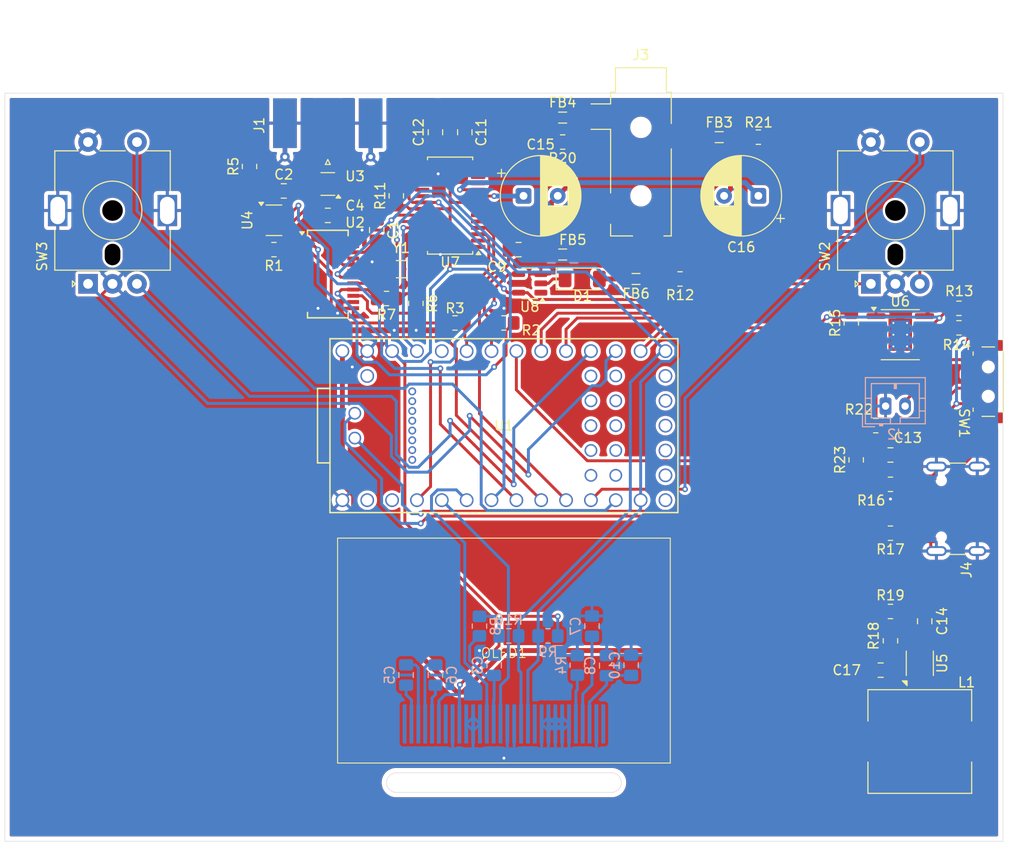
<source format=kicad_pcb>
(kicad_pcb (version 20241229) (generator "pcbnew") (generator_version "9.0")
  (layers (0 "F.Cu" signal) (2 "B.Cu" signal) (13 "F.Paste" user) (15 "B.Paste" user) (5 "F.SilkS" user "F.Silkscreen") (7 "B.SilkS" user "B.Silkscreen") (1 "F.Mask" user) (3 "B.Mask" user) (25 "Edge.Cuts" user))
  (net 0 "")
  (net 1 "Net-(U2-DBYP)")
  (net 2 "Net-(U2-FMI)")
  (net 3 "Net-(U3-J1)")
  (net 4 "Net-(OLED1-RES)")
  (net 5 "GND")
  (net 6 "+3V3")
  (net 7 "Net-(OLED1-C2P)")
  (net 8 "Net-(OLED1-C2N)")
  (net 9 "Net-(OLED1-C1P)")
  (net 10 "Net-(OLED1-C1N)")
  (net 11 "Net-(OLED1-VCOMH)")
  (net 12 "Net-(OLED1-VCC)")
  (net 13 "AMP_LRCLK")
  (net 14 "Net-(J1-In)")
  (net 16 "Net-(OLED1-IREF)")
  (net 19 "OLED_CS")
  (net 21 "Net-(C15-Pad2)")
  (net 22 "OLED_D{slash}C")
  (net 23 "SDR_DOUT")
  (net 24 "Net-(U2-DOUT)")
  (net 25 "Net-(U2-DFS)")
  (net 26 "Net-(U2-GPO3{slash}[DCLK])")
  (net 27 "Net-(U7-LHPOUT)")
  (net 28 "RF_SWITCH")
  (net 29 "Net-(U2-~{RST})")
  (net 30 "Net-(U7-RHPOUT)")
  (net 34 "BAT_VOLT")
  (net 40 "Net-(U1-9_OUT1C)")
  (net 41 "Net-(U1-17_A3_TX4_SDA1)")
  (net 44 "Net-(U1-18_A4_SDA0)")
  (net 46 "Net-(U1-15_A1_RX3_SPDIF_IN)")
  (net 54 "Net-(U1-16_A2_RX4_SCL1)")
  (net 56 "Net-(U1-10_CS_MQSR)")
  (net 59 "Net-(C16-Pad2)")
  (net 60 "VIN")
  (net 62 "Net-(U2-RCLK)")
  (net 68 "Net-(U3-V2)")
  (net 69 "JACK_ANT")
  (net 71 "Net-(FB3-Pad2)")
  (net 72 "Net-(FB5-Pad2)")
  (net 73 "JACK_DETECT")
  (net 74 "Net-(FB6-Pad2)")
  (net 75 "Net-(J2-Pin_2)")
  (net 76 "D+")
  (net 78 "D-")
  (net 79 "Net-(J4-CC2)")
  (net 81 "Net-(J4-CC1)")
  (net 82 "Net-(U5-L2)")
  (net 83 "Net-(U5-L1)")
  (net 84 "AMP_MOSI")
  (net 85 "AMP_SCLK")
  (net 86 "AMP_BCLK")
  (net 87 "SDR_CS")
  (net 88 "AMP_CS")
  (net 89 "BAT_CHRG")
  (net 90 "BAT_STDBY")
  (net 91 "Net-(U6-PROG)")
  (net 92 "Net-(U5-FB)")
  (net 93 "Net-(SW1-B)")
  (net 97 "AMP_MCLK")
  (net 100 "AMP_DIN")
  (net 104 "Net-(U5-EN)")
  (net 116 "Net-(D1-K)")
  (net 117 "Net-(D1-A)")
  (net 119 "Net-(SW1-A)")
  (footprint "Resistor_SMD:R_0805_2012Metric_Pad1.20x1.40mm_HandSolder" (layer "F.Cu") (at 151.968962 65.75 180)
    (property "Reference" "R20")
    (property "Value" "10k")
  )
  (footprint "Package_TO_SOT_SMD:SOT-23-5" (layer "F.Cu") (at 148.606462 80.2 180)
    (property "Reference" "U8")
    (property "Value" "SN74LVC1G14DBV")
  )
  (footprint "Package_TO_SOT_SMD:SOT-363_SC-70-6" (layer "F.Cu") (at 127.968962 70.04 180)
    (property "Reference" "U3")
    (property "Value" "AS179-92LF")
  )
  (footprint "Capacitor_SMD:C_0805_2012Metric_Pad1.18x1.45mm_HandSolder" (layer "F.Cu") (at 138.968962 64.75 -90)
    (property "Reference" "C12")
    (property "Value" "2.2uF")
  )
  (footprint "Resistor_SMD:R_0805_2012Metric_Pad1.20x1.40mm_HandSolder" (layer "F.Cu") (at 163.968962 79.75 180)
    (property "Reference" "R12")
    (property "Value" "100k")
  )
  (footprint "Diode_SMD:D_MiniMELF" (layer "F.Cu") (at 153.968962 79.75)
    (property "Reference" "D1")
    (property "Value" "LL4148")
  )
  (footprint "Connector_Coaxial:SMA_Molex_73251-1153_EdgeMount_Horizontal" (layer "F.Cu") (at 127.968962 65.54 -90)
    (property "Reference" "J1")
    (property "Value" "Conn_Coaxial")
  )
  (footprint "Resistor_SMD:R_0805_2012Metric_Pad1.20x1.40mm_HandSolder" (layer "F.Cu") (at 183.968962 94.75)
    (property "Reference" "R22")
    (property "Value" "68k")
  )
  (footprint "Capacitor_SMD:C_0805_2012Metric_Pad1.18x1.45mm_HandSolder" (layer "F.Cu") (at 132.968962 74.75 -90)
    (property "Reference" "C1")
    (property "Value" "22nF")
  )
  (footprint "Capacitor_SMD:C_0805_2012Metric_Pad1.18x1.45mm_HandSolder" (layer "F.Cu") (at 188.968962 114.75 90)
    (property "Reference" "C14")
    (property "Value" "100nF")
  )
  (footprint "Resistor_SMD:R_0805_2012Metric_Pad1.20x1.40mm_HandSolder" (layer "F.Cu") (at 185.468962 113.75)
    (property "Reference" "R19")
    (property "Value" "20k")
  )
  (footprint "Resistor_SMD:R_0805_2012Metric_Pad1.20x1.40mm_HandSolder" (layer "F.Cu") (at 140.968962 84.25 180)
    (property "Reference" "R3")
    (property "Value" "2k")
  )
  (footprint "Package_TO_SOT_SMD:SOT-23-5" (layer "F.Cu") (at 122.468962 73.75)
    (property "Reference" "U4")
    (property "Value" "SN74LVC1G14DBV")
  )
  (footprint "Resistor_SMD:R_0805_2012Metric_Pad1.20x1.40mm_HandSolder" (layer "F.Cu") (at 119.968962 68.25 90)
    (property "Reference" "R5")
    (property "Value" "10k")
  )
  (footprint "Rotary_Encoder:RotaryEncoder_Alps_EC11E-Switch_Vertical_H20mm_MountingHoles" (layer "F.Cu") (at 183.468962 80.25 90)
    (property "Reference" "SW2")
    (property "Value" "~")
  )
  (footprint "Connector_Audio:Jack_3.5mm_CUI_SJ-3524-SMT_Horizontal" (layer "F.Cu") (at 159.968962 66.75)
    (property "Reference" "J3")
    (property "Value" "AudioJack3_SwitchT")
  )
  (footprint "Resistor_SMD:R_0805_2012Metric_Pad1.20x1.40mm_HandSolder" (layer "F.Cu") (at 133.968962 81.75 180)
    (property "Reference" "R7")
    (property "Value" "10k")
  )
  (footprint "Inductor_SMD:L_0805_2012Metric_Pad1.05x1.20mm_HandSolder" (layer "F.Cu") (at 151.968962 63.25)
    (property "Reference" "FB4")
    (property "Value" "2.5k/100M")
  )
  (footprint "Package_SO:TSSOP-28_4.4x9.7mm_P0.65mm" (layer "F.Cu") (at 140.468962 72.25 180)
    (property "Reference" "U7")
    (property "Value" "TLV320AIC23BPW")
  )
  (footprint "Resistor_SMD:R_0805_2012Metric_Pad1.20x1.40mm_HandSolder" (layer "F.Cu") (at 192.468962 84.75 180)
    (property "Reference" "R14")
    (property "Value" "10k")
  )
  (footprint "Capacitor_THT:CP_Radial_D8.0mm_P3.50mm" (layer "F.Cu") (at 171.968962 71.25 180)
    (property "Reference" "C16")
    (property "Value" "100uF")
  )
  (footprint "Resistor_SMD:R_0805_2012Metric_Pad1.20x1.40mm_HandSolder" (layer "F.Cu") (at 122.468962 76.75 180)
    (property "Reference" "R1")
    (property "Value" "600R")
  )
  (footprint "Capacitor_SMD:C_0805_2012Metric_Pad1.18x1.45mm_HandSolder" (layer "F.Cu") (at 141.968962 64.75 -90)
    (property "Reference" "C11")
    (property "Value" "100nF")
  )
  (footprint "Capacitor_SMD:C_0805_2012Metric_Pad1.18x1.45mm_HandSolder" (layer "F.Cu") (at 147.468962 76.75 180)
    (property "Reference" "C9")
    (property "Value" "2pF")
  )
  (footprint "Inductor_SMD:L_0805_2012Metric_Pad1.05x1.20mm_HandSolder" (layer "F.Cu") (at 167.968962 65.25 180)
    (property "Reference" "FB3")
    (property "Value" "2.5k/100M")
  )
  (footprint "Rotary_Encoder:RotaryEncoder_Alps_EC11E-Switch_Vertical_H20mm_MountingHoles" (layer "F.Cu") (at 103.468962 80.25 90)
    (property "Reference" "SW3")
    (property "Value" "~")
  )
  (footprint "Resistor_SMD:R_0805_2012Metric_Pad1.20x1.40mm_HandSolder" (layer "F.Cu") (at 181.968962 98.25 90)
    (property "Reference" "R23")
    (property "Value" "100k")
  )
  (footprint "Capacitor_SMD:C_0805_2012Metric_Pad1.18x1.45mm_HandSolder" (layer "F.Cu") (at 185.468962 97.75 180)
    (property "Reference" "C13")
    (property "Value" "2.2uF")
  )
  (footprint "Resistor_SMD:R_0805_2012Metric_Pad1.20x1.40mm_HandSolder" (layer "F.Cu") (at 185.468962 100.75 180)
    (property "Reference" "R16")
    (property "Value" "5.1k")
  )
  (footprint "teensy-sdr:Untitled" (layer "F.Cu") (at 145.968962 117.75 90)
    (property "Reference" "OLED1")
    (property "Value" "~")
    (fp_line (start -12.5 -11) (end -12.5 11) (stroke (width 0.05)) (layer "Edge.Cuts"))
    (fp_line (start -14.5 11) (end -14.5 -11) (stroke (width 0.05)) (layer "Edge.Cuts"))
    (fp_arc (start -14.5 -11) (mid -13.5 -12) (end -12.5 -11) (stroke (width 0.05)) (layer "Edge.Cuts"))
    (fp_arc (start -12.5 11) (mid -13.5 12) (end -14.5 11) (stroke (width 0.05)) (layer "Edge.Cuts"))
  )
  (footprint "Resistor_SMD:R_0805_2012Metric_Pad1.20x1.40mm_HandSolder" (layer "F.Cu") (at 181.468962 84.25 90)
    (property "Reference" "R15")
    (property "Value" "1.2k")
  )
  (footprint "Resistor_SMD:R_0805_2012Metric_Pad1.20x1.40mm_HandSolder" (layer "F.Cu") (at 192.468962 82.75 180)
    (property "Reference" "R13")
    (property "Value" "10k")
  )
  (footprint "Inductor_SMD:L_10.4x10.4_H4.8" (layer "F.Cu") (at 188.468962 127.05)
    (property "Reference" "L1")
    (property "Value" "L")
  )
  (footprint "Resistor_SMD:R_0805_2012Metric_Pad1.20x1.40mm_HandSolder" (layer "F.Cu") (at 134.968962 71.25 90)
    (property "Reference" "R11")
    (property "Value" "10k")
  )
  (footprint "teensy:Teensy40_SMT" (layer "F.Cu") (at 145.968962 94.75)
    (property "Reference" "U1")
    (property "Value" "Teensy4.0")
  )
  (footprint "Resistor_SMD:R_0805_2012Metric_Pad1.20x1.40mm_HandSolder" (layer "F.Cu") (at 185.468962 105.75 180)
    (property "Reference" "R17")
    (property "Value" "5.1k")
  )
  (footprint "Package_SON:WSON-10-1EP_2.5x2.5mm_P0.5mm_EP1.2x2mm" (layer "F.Cu") (at 188.468962 119.05 90)
    (property "Reference" "U5")
    (property "Value" "TPS63030DSK")
  )
  (footprint "Resistor_SMD:R_0805_2012Metric_Pad1.20x1.40mm_HandSolder" (layer "F.Cu") (at 136.968962 82.25 -90)
    (property "Reference" "R6")
    (property "Value" "10k")
  )
  (footprint "Inductor_SMD:L_0805_2012Metric_Pad1.05x1.20mm_HandSolder" (layer "F.Cu") (at 159.468962 79.75)
    (property "Reference" "FB6")
    (property "Value" "2.5k/100M")
  )
  (footprint "Capacitor_SMD:C_0805_2012Metric_Pad1.18x1.45mm_HandSolder" (layer "F.Cu") (at 123.468962 70.75)
    (property "Reference" "C2")
    (property "Value" "1nF")
  )
  (footprint "PCM_marbastlib-various:SW_MSK12C02-HB" (layer "F.Cu") (at 195.468962 90.25 -90)
    (property "Reference" "SW1")
    (property "Value" "MSK-12C02 SPDT")
  )
  (footprint "Package_SO:SSOP-24_3.9x8.7mm_P0.635mm" (layer "F.Cu") (at 127.968962 79.25)
    (property "Reference" "U2")
    (property "Value" "Si4735-D60-GU")
  )
  (footprint "Capacitor_THT:CP_Radial_D8.0mm_P3.50mm" (layer "F.Cu") (at 147.968962 71.25)
    (property "Reference" "C15")
    (property "Value" "100uF")
  )
  (footprint "Resistor_SMD:R_0805_2012Metric_Pad1.20x1.40mm_HandSolder" (layer "F.Cu") (at 171.968962 65.25 180)
    (property "Reference" "R21")
    (property "Value" "10k")
  )
  (footprint "Inductor_SMD:L_0805_2012Metric_Pad1.05x1.20mm_HandSolder" (layer "F.Cu") (at 151.968962 77.25)
    (property "Reference" "FB5")
    (property "Value" "2.5k/100M")
  )
  (footprint "Capacitor_SMD:C_0805_2012Metric_Pad1.18x1.45mm_HandSolder" (layer "F.Cu") (at 184.468962 119.75 180)
    (property "Reference" "C17")
    (property "Value" "2.2uF")
  )
  (footprint "Oscillator:Oscillator_SMD_SeikoEpson_SG3030CM" (layer "F.Cu") (at 135.468962 78.75 180)
    (property "Reference" "Y1")
    (property "Value" "SG-3030CM")
  )
  (footprint "Connector_USB:USB_C_Receptacle_GCT_USB4105-xx-A_16P_TopMnt_Horizontal" (layer "F.Cu") (at 193.268962 103.25 90)
    (property "Reference" "J4")
    (property "Value" "USB_C_Receptacle_USB2.0_16P")
  )
  (footprint "Resistor_SMD:R_0805_2012Metric_Pad1.20x1.40mm_HandSolder" (layer "F.Cu") (at 145.968962 84.25 180)
    (property "Reference" "R2")
    (property "Value" "2k")
  )
  (footprint "Resistor_SMD:R_0805_2012Metric_Pad1.20x1.40mm_HandSolder" (layer "F.Cu") (at 185.468962 116.75 90)
    (property "Reference" "R18")
    (property "Value" "180k")
  )
  (footprint "Capacitor_SMD:C_0805_2012Metric_Pad1.18x1.45mm_HandSolder" (layer "F.Cu") (at 127.968962 73.25)
    (property "Reference" "C4")
    (property "Value" "100nF")
  )
  (footprint "Package_SO:SOIC-8-1EP_3.9x4.9mm_P1.27mm_EP2.41x3.3mm_ThermalVias" (layer "F.Cu") (at 186.468962 85.45)
    (property "Reference" "U6")
    (property "Value" "TP4056-42-ESOP8")
  )
  (footprint "Capacitor_SMD:C_0805_2012Metric_Pad1.18x1.45mm_HandSolder" (layer "B.Cu") (at 144.968962 119.25 -90)
    (property "Reference" "C3")
    (property "Value" "10uF")
  )
  (footprint "Connector_JST:JST_PH_B2B-PH-K_1x02_P2.00mm_Vertical" (layer "B.Cu") (at 184.968962 92.75)
    (property "Reference" "J2")
    (property "Value" "Battery")
  )
  (footprint "Capacitor_SMD:C_0805_2012Metric_Pad1.18x1.45mm_HandSolder" (layer "B.Cu") (at 158.968962 119.25 -90)
    (property "Reference" "C10")
    (property "Value" "1uF")
  )
  (footprint "Resistor_SMD:R_0805_2012Metric_Pad1.20x1.40mm_HandSolder" (layer "B.Cu") (at 150.468962 116.25)
    (property "Reference" "R9")
    (property "Value" "4.7k")
  )
  (footprint "Capacitor_SMD:C_0805_2012Metric_Pad1.18x1.45mm_HandSolder" (layer "B.Cu") (at 135.968962 120.25 -90)
    (property "Reference" "C5")
    (property "Value" "1uF")
  )
  (footprint "Resistor_SMD:R_0805_2012Metric_Pad1.20x1.40mm_HandSolder" (layer "B.Cu") (at 146.468962 116.25 180)
    (property "Reference" "R10")
    (property "Value" "4.7k")
  )
  (footprint "Resistor_SMD:R_0805_2012Metric_Pad1.20x1.40mm_HandSolder" (layer "B.Cu") (at 153.468962 119.25 -90)
    (property "Reference" "R4")
    (property "Value" "560k")
  )
  (footprint "Capacitor_SMD:C_0805_2012Metric_Pad1.18x1.45mm_HandSolder" (layer "B.Cu") (at 138.968962 120.25 90)
    (property "Reference" "C6")
    (property "Value" "1uF")
  )
  (footprint "Capacitor_SMD:C_0805_2012Metric_Pad1.18x1.45mm_HandSolder" (layer "B.Cu") (at 156.468962 119.2875 -90)
    (property "Reference" "C8")
    (property "Value" "2.2uF")
  )
  (footprint "Resistor_SMD:R_0805_2012Metric_Pad1.20x1.40mm_HandSolder" (layer "B.Cu") (at 143.468962 115.25 90)
    (property "Reference" "R8")
    (property "Value" "4.7k")
  )
  (footprint "Capacitor_SMD:C_0805_2012Metric_Pad1.18x1.45mm_HandSolder" (layer "B.Cu") (at 154.968962 115.25 -90)
    (property "Reference" "C7")
    (property "Value" "2.2uF")
  )
  (gr_rect (start 94.968962 60.75) (end 196.968962 137.25) (stroke (width 0.05)) (fill no) (layer "Edge.Cuts"))
  (segment (start 132.968962 75.7875) (end 131.728962 77.0275) (width 0.3) (layer "F.Cu") (net 1))
  (segment (start 131.728962 77.0275) (end 130.568962 77.0275) (width 0.3) (layer "F.Cu") (net 1))
  (segment (start 124.421462 80.2025) (end 125.368962 80.2025) (width 0.3) (layer "F.Cu") (net 2))
  (segment (start 122.431462 70.75) (end 122.431462 78.2125) (width 0.3) (layer "F.Cu") (net 2))
  (segment (start 122.431462 78.2125) (end 124.421462 80.2025) (width 0.3) (layer "F.Cu") (net 2))
  (segment (start 126.178962 70.04) (end 125.468962 70.75) (width 0.3) (layer "F.Cu") (net 3))
  (segment (start 127.018962 70.04) (end 126.178962 70.04) (width 0.3) (layer "F.Cu") (net 3))
  (segment (start 125.468962 70.75) (end 124.506462 70.75) (width 0.3) (layer "F.Cu") (net 3))
  (segment (start 142.468962 117.25) (end 142.468962 118.75) (width 0.3) (layer "B.Cu") (net 4))
  (segment (start 142.468962 118.75) (end 144.006462 120.2875) (width 0.3) (layer "B.Cu") (net 4))
  (segment (start 144.918962 125.25) (end 144.918962 122.8) (width 0.3) (layer "B.Cu") (net 4))
  (segment (start 143.468962 116.25) (end 142.468962 117.25) (width 0.3) (layer "B.Cu") (net 4))
  (segment (start 144.918962 122.8) (end 144.968962 122.75) (width 0.3) (layer "B.Cu") (net 4))
  (segment (start 144.006462 120.2875) (end 144.968962 120.2875) (width 0.3) (layer "B.Cu") (net 4))
  (segment (start 144.968962 122.75) (end 144.968962 120.2875) (width 0.3) (layer "B.Cu") (net 4))
  (segment (start 187.968962 118.55) (end 188.468962 119.05) (width 0.2) (layer "F.Cu") (net 5))
  (segment (start 190.163962 99.475) (end 189.588962 100.05) (width 0.3) (layer "F.Cu") (net 5))
  (segment (start 190.163962 98.93) (end 190.163962 99.475) (width 0.3) (layer "F.Cu") (net 5))
  (segment (start 188.468962 120.2625) (end 188.468962 119.05) (width 0.2) (layer "F.Cu") (net 5))
  (segment (start 187.968962 117.8375) (end 187.968962 118.55) (width 0.2) (layer "F.Cu") (net 5))
  (via (at 128.968962 83.25) (size 0.6) (drill 0.3) (layers "F.Cu" "B.Cu") (net 5))
  (via (at 139.468962 77.25) (size 0.6) (drill 0.3) (layers "F.Cu" "B.Cu") (net 5))
  (via (at 134.755828 85.004645) (size 0.6) (drill 0.3) (layers "F.Cu" "B.Cu") (net 5))
  (via (at 143.468962 117.75) (size 0.6) (drill 0.3) (layers "F.Cu" "B.Cu") (net 5))
  (via (at 139.25 69) (size 0.6) (drill 0.3) (layers "F.Cu" "B.Cu") (net 5))
  (via (at 185.468962 102.25) (size 0.6) (drill 0.3) (layers "F.Cu" "B.Cu") (net 5))
  (via (at 130.468962 88.75) (size 0.6) (drill 0.3) (layers "F.Cu" "B.Cu") (net 5))
  (via (at 132.5 78) (size 0.6) (drill 0.3) (layers "F.Cu" "B.Cu") (net 5))
  (via (at 126.968962 82.75) (size 0.6) (drill 0.3) (layers "F.Cu" "B.Cu") (net 5))
  (via (at 137 85) (size 0.6) (drill 0.3) (layers "F.Cu" "B.Cu") (net 5))
  (via (at 145.968962 128.75) (size 0.6) (drill 0.3) (layers "F.Cu" "B.Cu") (net 5))
  (via (at 145.968962 82.75) (size 0.6) (drill 0.3) (layers "F.Cu" "B.Cu") (net 5))
  (via (at 131.468962 74.75) (size 0.6) (drill 0.3) (layers "F.Cu" "B.Cu") (net 5))
  (segment (start 150.518962 128.2) (end 149.968962 128.75) (width 0.3) (layer "B.Cu") (net 5))
  (segment (start 142.818962 128.6) (end 142.968962 128.75) (width 0.3) (layer "B.Cu") (net 5))
  (segment (start 140.718962 128.5) (end 140.968962 128.75) (width 0.3) (layer "B.Cu") (net 5))
  (segment (start 152.618962 125.25) (end 152.618962 128.1) (width 0.3) (layer "B.Cu") (net 5))
  (segment (start 151.218962 125.25) (end 151.218962 128.5) (width 0.3) (layer "B.Cu") (net 5))
  (segment (start 154.968962 128.75) (end 151.968962 128.75) (width 0.3) (layer "B.Cu") (net 5))
  (segment (start 146.968962 128.75) (end 145.968962 128.75) (width 0.3) (layer "B.Cu") (net 5))
  (segment (start 142.818962 125.25) (end 142.818962 128.6) (width 0.3) (layer "B.Cu") (net 5))
  (segment (start 147.018962 125.25) (end 147.018962 128.7) (width 0.3) (layer "B.Cu") (net 5))
  (segment (start 140.718962 125.25) (end 140.718962 128.5) (width 0.3) (layer "B.Cu") (net 5))
  (segment (start 149.818962 125.25) (end 149.818962 128.4) (width 0.3) (layer "B.Cu") (net 5))
  (segment (start 140.968962 128.75) (end 142.968962 128.75) (width 0.3) (layer "B.Cu") (net 5))
  (segment (start 147.018962 128.7) (end 146.968962 128.75) (width 0.3) (layer "B.Cu") (net 5))
  (segment (start 142.968962 128.75) (end 145.968962 128.75) (width 0.3) (layer "B.Cu") (net 5))
  (segment (start 146.318962 128.4) (end 145.968962 128.75) (width 0.3) (layer "B.Cu") (net 5))
  (segment (start 151.218962 128.5) (end 150.968962 128.75) (width 0.3) (layer "B.Cu") (net 5))
  (segment (start 149.468962 128.75) (end 146.968962 128.75) (width 0.3) (layer "B.Cu") (net 5))
  (segment (start 149.818962 128.4) (end 149.468962 128.75) (width 0.3) (layer "B.Cu") (net 5))
  (segment (start 151.918962 125.25) (end 151.918962 128.7) (width 0.3) (layer "B.Cu") (net 5))
  (segment (start 149.968962 128.75) (end 149.468962 128.75) (width 0.3) (layer "B.Cu") (net 5))
  (segment (start 155.418962 128.3) (end 154.968962 128.75) (width 0.3) (layer "B.Cu") (net 5))
  (segment (start 152.618962 128.1) (end 151.968962 128.75) (width 0.3) (layer "B.Cu") (net 5))
  (segment (start 151.918962 128.7) (end 151.968962 128.75) (width 0.3) (layer "B.Cu") (net 5))
  (segment (start 151.968962 128.75) (end 150.968962 128.75) (width 0.3) (layer "B.Cu") (net 5))
  (segment (start 150.968962 128.75) (end 149.968962 128.75) (width 0.3) (layer "B.Cu") (net 5))
  (segment (start 150.518962 125.25) (end 150.518962 128.2) (width 0.3) (layer "B.Cu") (net 5))
  (segment (start 155.418962 125.25) (end 155.418962 128.3) (width 0.3) (layer "B.Cu") (net 5))
  (segment (start 146.318962 125.25) (end 146.318962 128.4) (width 0.3) (layer "B.Cu") (net 5))
  (segment (start 140.468962 65.7875) (end 140.468962 68.75) (width 0.3) (layer "F.Cu") (net 6))
  (segment (start 136.793962 80.075) (end 136.968962 80.25) (width 0.3) (layer "F.Cu") (net 6))
  (segment (start 130.468962 73.25) (end 129.006462 73.25) (width 0.3) (layer "F.Cu") (net 6))
  (segment (start 140.468962 75.825) (end 140.468962 72.575) (width 0.3) (layer "F.Cu") (net 6))
  (segment (start 145.468962 114.25) (end 135.844362 104.6254) (width 0.3) (layer "F.Cu") (net 6))
  (segment (start 134.968962 81.75) (end 135.468962 81.75) (width 0.3) (layer "F.Cu") (net 6))
  (segment (start 136.793962 79.35) (end 136.793962 78.15) (width 0.3) (layer "F.Cu") (net 6))
  (segment (start 135.468962 81.75) (end 135.968962 81.25) (width 0.3) (layer "F.Cu") (net 6))
  (segment (start 136.793962 78.15) (end 140.468962 78.15) (width 0.3) (layer "F.Cu") (net 6))
  (segment (start 151.468962 114.25) (end 145.468962 114.25) (width 0.3) (layer "F.Cu") (net 6))
  (segment (start 140.468962 68.75) (end 140.468962 72.575) (width 0.3) (layer "F.Cu") (net 6))
  (segment (start 129.516462 78.2975) (end 130.568962 78.2975) (width 0.3) (layer "F.Cu") (net 6))
  (segment (start 131.468962 72.25) (end 130.468962 73.25) (width 0.3) (layer "F.Cu") (net 6))
  (segment (start 140.468962 77.25) (end 140.468962 75.825) (width 0.3) (layer "F.Cu") (net 6))
  (segment (start 138.968962 65.7875) (end 140.468962 65.7875) (width 0.5) (layer "F.Cu") (net 6))
  (segment (start 143.331462 76.475) (end 140.468962 76.475) (width 0.3) (layer "F.Cu") (net 6))
  (segment (start 136.293962 72.575) (end 137.606462 72.575) (width 0.3) (layer "F.Cu") (net 6))
  (segment (start 143.331462 68.025) (end 140.468962 68.025) (width 0.3) (layer "F.Cu") (net 6))
  (segment (start 135.968962 81.25) (end 136.968962 81.25) (width 0.3) (layer "F.Cu") (net 6))
  (segment (start 163.867962 81.851) (end 149.069962 81.851) (width 0.3) (layer "F.Cu") (net 6))
  (segment (start 134.968962 72.25) (end 135.968962 72.25) (width 0.3) (layer "F.Cu") (net 6))
  (segment (start 149.069962 81.851) (end 148.368962 81.15) (width 0.3) (layer "F.Cu") (net 6))
  (segment (start 130.568962 77.6625) (end 130.568962 78.2975) (width 0.3) (layer "F.Cu") (net 6))
  (segment (start 135.844362 104.6254) (end 135.844362 88.4354) (width 0.3) (layer "F.Cu") (net 6))
  (segment (start 123.606462 72.8) (end 124.418962 72.8) (width 0.3) (layer "F.Cu") (net 6))
  (segment (start 137.606462 72.575) (end 140.468962 72.575) (width 0.3) (layer "F.Cu") (net 6))
  (segment (start 146.368962 81.15) (end 147.468962 81.15) (width 0.3) (layer "F.Cu") (net 6))
  (segment (start 145.968962 80.75) (end 146.368962 81.15) (width 0.3) (layer "F.Cu") (net 6))
  (segment (start 135.844362 88.4354) (end 134.538962 87.13) (width 0.3) (layer "F.Cu") (net 6))
  (segment (start 135.968962 72.25) (end 136.293962 72.575) (width 0.3) (layer "F.Cu") (net 6))
  (segment (start 140.468962 78.15) (end 140.468962 77.25) (width 0.3) (layer "F.Cu") (net 6))
  (segment (start 145.468962 117.25) (end 141.468962 121.25) (width 0.3) (layer "F.Cu") (net 6))
  (segment (start 140.468962 75.825) (end 137.606462 75.825) (width 0.3) (layer "F.Cu") (net 6))
  (segment (start 134.968962 72.25) (end 132.968962 72.25) (width 0.3) (layer "F.Cu") (net 6))
  (segment (start 136.968962 81.25) (end 136.968962 80.25) (width 0.3) (layer "F.Cu") (net 6))
  (segment (start 124.418962 72.8) (end 124.968962 72.25) (width 0.3) (layer "F.Cu") (net 6))
  (segment (start 140.468962 72.575) (end 140.468962 71.925) (width 0.3) (layer "F.Cu") (net 6))
  (segment (start 129.006462 77.7875) (end 129.516462 78.2975) (width 0.3) (layer "F.Cu") (net 6))
  (segment (start 136.793962 79.35) (end 136.793962 80.075) (width 0.3) (layer "F.Cu") (net 6))
  (segment (start 132.968962 73.7125) (end 132.968962 72.25) (width 0.3) (layer "F.Cu") (net 6))
  (segment (start 164.968962 79.75) (end 164.968962 80.75) (width 0.3) (layer "F.Cu") (net 6))
  (segment (start 140.468962 71.925) (end 143.331462 71.925) (width 0.3) (layer "F.Cu") (net 6))
  (segment (start 148.368962 81.15) (end 147.468962 81.15) (width 0.3) (layer "F.Cu") (net 6))
  (segment (start 132.968962 72.25) (end 131.468962 72.25) (width 0.3) (layer "F.Cu") (net 6))
  (segment (start 140.468962 68.025) (end 140.468962 68.75) (width 0.3) (layer "F.Cu") (net 6))
  (segment (start 140.468962 76.475) (end 140.468962 75.825) (width 0.3) (layer "F.Cu") (net 6))
  (segment (start 145.468962 114.25) (end 145.468962 117.25) (width 0.3) (layer "F.Cu") (net 6))
  (segment (start 140.468962 78.75) (end 140.468962 77.25) (width 0.3) (layer "F.Cu") (net 6))
  (segment (start 164.968962 80.75) (end 163.867962 81.851) (width 0.3) (layer "F.Cu") (net 6))
  (segment (start 140.468962 65.7875) (end 141.968962 65.7875) (width 0.5) (layer "F.Cu") (net 6))
  (segment (start 129.006462 73.25) (end 129.006462 77.7875) (width 0.3) (layer "F.Cu") (net 6))
  (via (at 140.468962 78.75) (size 0.6) (drill 0.3) (layers "F.Cu" "B.Cu") (net 6))
  (via (at 145.968962 80.75) (size 0.6) (drill 0.3) (layers "F.Cu" "B.Cu") (net 6))
  (via (at 124.968962 72.25) (size 0.6) (drill 0.3) (layers "F.Cu" "B.Cu") (net 6))
  (via (at 141.468962 121.25) (size 0.6) (drill 0.3) (layers "F.Cu" "B.Cu") (net 6))
  (via (at 151.468962 114.25) (size 0.6) (drill 0.3) (layers "F.Cu" "B.Cu") (net 6))
  (via (at 145.468962 114.25) (size 0.6) (drill 0.3) (layers "F.Cu" "B.Cu") (net 6))
  (segment (start 145.468962 114.25) (end 145.468962 116.25) (width 0.3) (layer "B.Cu") (net 6))
  (segment (start 145.468962 114.25) (end 143.468962 114.25) (width 0.3) (layer "B.Cu") (net 6))
  (segment (start 130.968962 80.25) (end 133.25 82.531038) (width 0.3) (layer "B.Cu") (net 6))
  (segment (start 133.25 82.531038) (end 133.25 84.822518) (width 0.3) (layer "B.Cu") (net 6))
  (segment (start 139.318962 125.25) (end 139.318962 122.9) (width 0.3) (layer "B.Cu") (net 6))
  (segment (start 133.969962 86.561) (end 134.538962 87.13) (width 0.3) (layer "B.Cu") (net 6))
  (segment (start 138.458545 87.239584) (end 138.458545 80.760417) (width 0.3) (layer "B.Cu") (net 6))
  (segment (start 141.418962 121.3) (end 141.468962 121.25) (width 0.3) (layer "B.Cu") (net 6))
  (segment (start 139.968962 122.25) (end 141.418962 122.25) (width 0.3) (layer "B.Cu") (net 6))
  (segment (start 151.468962 116.25) (end 151.468962 114.25) (width 0.3) (layer "B.Cu") (net 6))
  (segment (start 139.318962 122.9) (end 139.968962 122.25) (width 0.3) (layer "B.Cu") (net 6))
  (segment (start 135.591962 88.183) (end 137.515129 88.183) (width 0.3) (layer "B.Cu") (net 6))
  (segment (start 133.25 84.822518) (end 133.969962 85.542479) (width 0.3) (layer "B.Cu") (net 6))
  (segment (start 127.968962 79.25) (end 128.968962 80.25) (width 0.3) (layer "B.Cu") (net 6))
  (segment (start 134.538962 87.13) (end 135.591962 88.183) (width 0.3) (layer "B.Cu") (net 6))
  (segment (start 137.515129 88.183) (end 138.458545 87.239584) (width 0.3) (layer "B.Cu") (net 6))
  (segment (start 133.969962 85.542479) (end 133.969962 86.561) (width 0.3) (layer "B.Cu") (net 6))
  (segment (start 145.968962 80.75) (end 143.968962 78.75) (width 0.3) (layer "B.Cu") (net 6))
  (segment (start 143.968962 78.75) (end 140.468962 78.75) (width 0.3) (layer "B.Cu") (net 6))
  (segment (start 128.968962 80.25) (end 130.968962 80.25) (width 0.3) (layer "B.Cu") (net 6))
  (segment (start 141.418962 125.25) (end 141.418962 122.25) (width 0.3) (layer "B.Cu") (net 6))
  (segment (start 127.968962 76.75) (end 127.968962 79.25) (width 0.3) (layer "B.Cu") (net 6))
  (segment (start 124.968962 72.25) (end 124.968962 73.75) (width 0.3) (layer "B.Cu") (net 6))
  (segment (start 138.458545 80.760417) (end 140.468962 78.75) (width 0.3) (layer "B.Cu") (net 6))
  (segment (start 124.968962 73.75) (end 127.968962 76.75) (width 0.3) (layer "B.Cu") (net 6))
  (segment (start 141.418962 122.25) (end 141.418962 121.3) (width 0.3) (layer "B.Cu") (net 6))
  (segment (start 136.518962 122.8) (end 135.968962 122.25) (width 0.3) (layer "B.Cu") (net 7))
  (segment (start 135.968962 122.25) (end 135.968962 121.2875) (width 0.3) (layer "B.Cu") (net 7))
  (segment (start 136.518962 125.25) (end 136.518962 122.8) (width 0.3) (layer "B.Cu") (net 7))
  (segment (start 137.218962 125.25) (end 137.218962 119.5) (width 0.3) (layer "B.Cu") (net 8))
  (segment (start 136.931462 119.2125) (end 135.968962 119.2125) (width 0.3) (layer "B.Cu") (net 8))
  (segment (start 137.218962 119.5) (end 136.931462 119.2125) (width 0.3) (layer "B.Cu") (net 8))
  (segment (start 137.918962 125.25) (end 137.892962 125.224) (width 0.3) (layer "B.Cu") (net 9))
  (segment (start 138.154515 119.2125) (end 138.968962 119.2125) (width 0.3) (layer "B.Cu") (net 9))
  (segment (start 137.892962 125.224) (end 137.892962 119.474053) (width 0.3) (layer "B.Cu") (net 9))
  (segment (start 137.892962 119.474053) (end 138.154515 119.2125) (width 0.3) (layer "B.Cu") (net 9))
  (segment (start 138.968962 122.25) (end 138.968962 121.2875) (width 0.3) (layer "B.Cu") (net 10))
  (segment (start 138.618962 122.6) (end 138.968962 122.25) (width 0.3) (layer "B.Cu") (net 10))
  (segment (start 138.618962 125.25) (end 138.618962 122.6) (width 0.3) (layer "B.Cu") (net 10))
  (segment (start 154.968962 121.25) (end 154.968962 116.2875) (width 0.3) (layer "B.Cu") (net 11))
  (segment (start 154.018962 125.25) (end 154.018962 122.2) (width 0.3) (layer "B.Cu") (net 11))
  (segment (start 154.018962 122.2) (end 154.968962 121.25) (width 0.3) (layer "B.Cu") (net 11))
  (segment (start 156.468962 121.25) (end 156.468962 120.325) (width 0.3) (layer "B.Cu") (net 12))
  (segment (start 158.968962 120.2875) (end 156.506462 120.2875) (width 0.3) (layer "B.Cu") (net 12))
  (segment (start 154.718962 123) (end 156.468962 121.25) (width 0.3) (layer "B.Cu") (net 12))
  (segment (start 156.506462 120.2875) (end 156.468962 120.325) (width 0.3) (layer "B.Cu") (net 12))
  (segment (start 154.718962 125.25) (end 154.718962 123) (width 0.3) (layer "B.Cu") (net 12))
  (segment (start 144.968962 85.75) (end 144.968962 84.25) (width 0.3) (layer "F.Cu") (net 13))
  (segment (start 143.968962 83.25) (end 144.968962 84.25) (width 0.3) (layer "F.Cu") (net 13))
  (segment (start 146.431462 75.2125) (end 146.431462 78.2875) (width 0.3) (layer "F.Cu") (net 13))
  (segment (start 144.698962 87.13) (end 144.698962 86.02) (width 0.3) (layer "F.Cu") (net 13))
  (segment (start 145.093962 73.875) (end 146.431462 75.2125) (width 0.3) (layer "F.Cu") (net 13))
  (segment (start 144.698962 86.02) (end 144.968962 85.75) (width 0.3) (layer "F.Cu") (net 13))
  (segment (start 143.331462 73.875) (end 145.093962 73.875) (width 0.3) (layer "F.Cu") (net 13))
  (segment (start 143.968962 80.75) (end 143.968962 83.25) (width 0.3) (layer "F.Cu") (net 13))
  (segment (start 146.431462 78.2875) (end 143.968962 80.75) (width 0.3) (layer "F.Cu") (net 13))
  (segment (start 128.26204 70.69) (end 128.918962 70.69) (width 0.2) (layer "F.Cu") (net 14))
  (segment (start 127.968962 63.82) (end 127.968962 70.396922) (width 0.2) (layer "F.Cu") (net 14))
  (segment (start 127.968962 70.396922) (end 128.26204 70.69) (width 0.2) (layer "F.Cu") (net 14))
  (segment (start 153.468962 121.75) (end 153.468962 120.25) (width 0.3) (layer "B.Cu") (net 16))
  (segment (start 153.318962 125.25) (end 153.318962 121.9) (width 0.3) (layer "B.Cu") (net 16))
  (segment (start 153.318962 121.9) (end 153.468962 121.75) (width 0.3) (layer "B.Cu") (net 16))
  (segment (start 141.105962 101.317) (end 142.158962 102.37) (width 0.3) (layer "B.Cu") (net 19))
  (segment (start 139.182795 101.317) (end 141.105962 101.317) (width 0.3) (layer "B.Cu") (net 19))
  (segment (start 141.968962 106.75) (end 138.565962 103.347) (width 0.3) (layer "B.Cu") (net 19))
  (segment (start 138.565962 103.347) (end 138.565962 101.933833) (width 0.3) (layer "B.Cu") (net 19))
  (segment (start 144.218962 125.25) (end 144.218962 121.20687) (width 0.3) (layer "B.Cu") (net 19))
  (segment (start 141.968962 118.95687) (end 141.968962 106.75) (width 0.3) (layer "B.Cu") (net 19))
  (segment (start 138.565962 101.933833) (end 139.182795 101.317) (width 0.3) (layer "B.Cu") (net 19))
  (segment (start 144.218962 121.20687) (end 141.968962 118.95687) (width 0.3) (layer "B.Cu") (net 19))
  (segment (start 150.818962 77.25) (end 150.818962 71.9) (width 0.5) (layer "F.Cu") (net 21))
  (segment (start 152.968962 65.75) (end 152.968962 69.75) (width 0.5) (layer "F.Cu") (net 21))
  (segment (start 150.818962 71.9) (end 151.468962 71.25) (width 0.5) (layer "F.Cu") (net 21))
  (segment (start 152.968962 69.75) (end 151.468962 71.25) (width 0.5) (layer "F.Cu") (net 21))
  (segment (start 146.419962 109.171) (end 139.618962 102.37) (width 0.3) (layer "B.Cu") (net 22))
  (segment (start 146.419962 120.50587) (end 146.419962 109.171) (width 0.3) (layer "B.Cu") (net 22))
  (segment (start 145.618962 125.25) (end 145.618962 121.30687) (width 0.3) (layer "B.Cu") (net 22))
  (segment (start 145.618962 121.30687) (end 146.419962 120.50587) (width 0.3) (layer "B.Cu") (net 22))
  (segment (start 141.105962 86.887) (end 141.105962 93.697) (width 0.3) (layer "F.Cu") (net 23))
  (segment (start 121.468962 80.3445) (end 126.874462 85.75) (width 0.3) (layer "F.Cu") (net 23))
  (segment (start 126.874462 85.75) (end 139.968962 85.75) (width 0.3) (layer "F.Cu") (net 23))
  (segment (start 139.968962 85.75) (end 141.105962 86.887) (width 0.3) (layer "F.Cu") (net 23))
  (segment (start 121.468962 76.75) (end 121.468962 80.3445) (width 0.3) (layer "F.Cu") (net 23))
  (segment (start 141.105962 93.697) (end 149.778962 102.37) (width 0.3) (layer "F.Cu") (net 23))
  (segment (start 125.368962 75.7575) (end 124.461462 75.7575) (width 0.3) (layer "F.Cu") (net 24))
  (segment (start 124.461462 75.7575) (end 123.468962 76.75) (width 0.3) (layer "F.Cu") (net 24))
  (segment (start 125.368962 76.3925) (end 126.611462 76.3925) (width 0.3) (layer "F.Cu") (net 25))
  (segment (start 146.968962 84.25) (end 146.185962 85.033) (width 0.3) (layer "F.Cu") (net 25))
  (segment (start 126.611462 76.3925) (end 126.968962 76.75) (width 0.3) (layer "F.Cu") (net 25))
  (segment (start 146.185962 85.033) (end 146.185962 87.533) (width 0.3) (layer "F.Cu") (net 25))
  (segment (start 146.185962 87.533) (end 144.968962 88.75) (width 0.3) (layer "F.Cu") (net 25))
  (via (at 126.968962 76.75) (size 0.6) (drill 0.3) (layers "F.Cu" "B.Cu") (net 25))
  (via (at 144.968962 88.75) (size 0.6) (drill 0.3) (layers "F.Cu" "B.Cu") (net 25))
  (segment (start 131.633639 88.253844) (end 132.968962 88.253844) (width 0.3) (layer "B.Cu") (net 25))
  (segment (start 132.968962 88.253844) (end 134.266118 89.551) (width 0.3) (layer "B.Cu") (net 25))
  (segment (start 126.968962 80.176833) (end 130.945962 84.153833) (width 0.3) (layer "B.Cu") (net 25))
  (segment (start 126.968962 76.75) (end 126.968962 80.176833) (width 0.3) (layer "B.Cu") (net 25))
  (segment (start 130.945962 84.153833) (end 130.945962 87.566167) (width 0.3) (layer "B.Cu") (net 25))
  (segment (start 144.167962 89.551) (end 144.968962 88.75) (width 0.3) (layer "B.Cu") (net 25))
  (segment (start 130.945962 87.566167) (end 131.633639 88.253844) (width 0.3) (layer "B.Cu") (net 25))
  (segment (start 134.266118 89.551) (end 144.167962 89.551) (width 0.3) (layer "B.Cu") (net 25))
  (segment (start 126.268962 77.0275) (end 128.317962 79.0765) (width 0.3) (layer "F.Cu") (net 26))
  (segment (start 125.368962 77.0275) (end 126.268962 77.0275) (width 0.3) (layer "F.Cu") (net 26))
  (segment (start 128.317962 79.0765) (end 128.317962 83.599) (width 0.3) (layer "F.Cu") (net 26))
  (segment (start 128.968962 84.25) (end 139.968962 84.25) (width 0.3) (layer "F.Cu") (net 26))
  (segment (start 128.317962 83.599) (end 128.968962 84.25) (width 0.3) (layer "F.Cu") (net 26))
  (segment (start 144.968962 71.275) (end 143.331462 71.275) (width 0.3) (layer "F.Cu") (net 27))
  (via (at 144.968962 71.275) (size 0.6) (drill 0.3) (layers "F.Cu" "B.Cu") (net 27))
  (segment (start 147.943962 71.275) (end 147.968962 71.25) (width 0.5) (layer "B.Cu") (net 27))
  (segment (start 144.968962 71.275) (end 147.943962 71.275) (width 0.5) (layer "B.Cu") (net 27))
  (segment (start 127.018962 69.39) (end 120.608962 69.39) (width 0.3) (layer "F.Cu") (net 28))
  (segment (start 119.968962 73.25) (end 119.968962 69.25) (width 0.3) (layer "F.Cu") (net 28))
  (segment (start 120.608962 69.39) (end 120.468962 69.25) (width 0.3) (layer "F.Cu") (net 28))
  (segment (start 120.468962 73.75) (end 119.968962 73.25) (width 0.3) (layer "F.Cu") (net 28))
  (segment (start 121.331462 73.75) (end 120.468962 73.75) (width 0.3) (layer "F.Cu") (net 28))
  (segment (start 132.017962 82.799) (end 132.468962 83.25) (width 0.3) (layer "F.Cu") (net 29))
  (segment (start 132.017962 82.0215) (end 132.017962 82.799) (width 0.3) (layer "F.Cu") (net 29))
  (segment (start 132.468962 83.25) (end 136.968962 83.25) (width 0.3) (layer "F.Cu") (net 29))
  (segment (start 130.568962 81.4725) (end 131.468962 81.4725) (width 0.3) (layer "F.Cu") (net 29))
  (segment (start 131.468962 81.4725) (end 132.017962 82.0215) (width 0.3) (layer "F.Cu") (net 29))
  (segment (start 141.468962 70.625) (end 143.331462 70.625) (width 0.3) (layer "F.Cu") (net 30))
  (via (at 141.468962 70.625) (size 0.6) (drill 0.3) (layers "F.Cu" "B.Cu") (net 30))
  (segment (start 142.194962 69.899) (end 170.617962 69.899) (width 0.5) (layer "B.Cu") (net 30))
  (segment (start 170.617962 69.899) (end 171.968962 71.25) (width 0.5) (layer "B.Cu") (net 30))
  (segment (start 141.468962 70.625) (end 142.194962 69.899) (width 0.5) (layer "B.Cu") (net 30))
  (segment (start 181.968962 97.25) (end 181.968962 95.75) (width 0.3) (layer "F.Cu") (net 34))
  (segment (start 147.238962 91.088457) (end 154.493505 98.343) (width 0.3) (layer "F.Cu") (net 34))
  (segment (start 179.375962 98.343) (end 180.468962 97.25) (width 0.3) (layer "F.Cu") (net 34))
  (segment (start 180.468962 97.25) (end 181.968962 97.25) (width 0.3) (layer "F.Cu") (net 34))
  (segment (start 147.238962 87.13) (end 147.238962 91.088457) (width 0.3) (layer "F.Cu") (net 34))
  (segment (start 181.968962 95.75) (end 182.968962 94.75) (width 0.3) (layer "F.Cu") (net 34))
  (segment (start 154.493505 98.343) (end 179.375962 98.343) (width 0.3) (layer "F.Cu") (net 34))
  (segment (start 164.468962 101.25) (end 155.978962 101.25) (width 0.3) (layer "F.Cu") (net 40))
  (segment (start 155.978962 101.25) (end 154.858962 102.37) (width 0.3) (layer "F.Cu") (net 40))
  (via (at 164.468962 101.25) (size 0.6) (drill 0.3) (layers "F.Cu" "B.Cu") (net 40))
  (segment (start 188.468962 67.952) (end 164.468962 91.952) (width 0.3) (layer "B.Cu") (net 40))
  (segment (start 188.468962 65.75) (end 188.468962 67.952) (width 0.3) (layer "B.Cu") (net 40))
  (segment (start 164.468962 91.952) (end 164.468962 101.25) (width 0.3) (layer "B.Cu") (net 40))
  (segment (start 152.318962 84.9) (end 152.318962 87.13) (width 0.3) (layer "F.Cu") (net 41))
  (segment (start 166.886002 80.25) (end 163.386002 83.75) (width 0.3) (layer "F.Cu") (net 41))
  (segment (start 153.468962 83.75) (end 152.318962 84.9) (width 0.3) (layer "F.Cu") (net 41))
  (segment (start 163.386002 83.75) (end 153.468962 83.75) (width 0.3) (layer "F.Cu") (net 41))
  (segment (start 183.468962 80.25) (end 166.886002 80.25) (width 0.3) (layer "F.Cu") (net 41))
  (segment (start 170.928482 75.499) (end 163.177482 83.25) (width 0.3) (layer "F.Cu") (net 44))
  (segment (start 188.468962 80.25) (end 188.468962 77.397976) (width 0.3) (layer "F.Cu") (net 44))
  (segment (start 186.569986 75.499) (end 170.928482 75.499) (width 0.3) (layer "F.Cu") (net 44))
  (segment (start 151.468962 83.25) (end 149.778962 84.94) (width 0.3) (layer "F.Cu") (net 44))
  (segment (start 188.468962 77.397976) (end 186.569986 75.499) (width 0.3) (layer "F.Cu") (net 44))
  (segment (start 149.778962 84.94) (end 149.778962 87.13) (width 0.3) (layer "F.Cu") (net 44))
  (segment (start 163.177482 83.25) (end 151.468962 83.25) (width 0.3) (layer "F.Cu") (net 44))
  (segment (start 142.468962 93.75) (end 148.468962 99.75) (width 0.3) (layer "F.Cu") (net 46))
  (via (at 148.468962 99.75) (size 0.6) (drill 0.3) (layers "F.Cu" "B.Cu") (net 46))
  (via (at 142.468962 93.75) (size 0.6) (drill 0.3) (layers "F.Cu" "B.Cu") (net 46))
  (segment (start 134.467962 97.894023) (end 136.077939 99.504) (width 0.3) (layer "B.Cu") (net 46))
  (segment (start 131.195962 92.477) (end 134.467962 95.749) (width 0.3) (layer "B.Cu") (net 46))
  (segment (start 155.808419 90.673) (end 156.395962 90.085457) (width 0.3) (layer "B.Cu") (net 46))
  (segment (start 115.695962 92.477) (end 131.195962 92.477) (width 0.3) (layer "B.Cu") (net 46))
  (segment (start 156.395962 88.133) (end 157.398962 87.13) (width 0.3) (layer "B.Cu") (net 46))
  (segment (start 156.395962 90.085457) (end 156.395962 88.133) (width 0.3) (layer "B.Cu") (net 46))
  (segment (start 134.467962 95.749) (end 134.467962 97.894023) (width 0.3) (layer "B.Cu") (net 46))
  (segment (start 138.214962 99.504) (end 142.468962 95.25) (width 0.3) (layer "B.Cu") (net 46))
  (segment (start 154.977505 90.673) (end 155.808419 90.673) (width 0.3) (layer "B.Cu") (net 46))
  (segment (start 148.468962 99.75) (end 148.468962 97.181543) (width 0.3) (layer "B.Cu") (net 46))
  (segment (start 148.468962 97.181543) (end 154.977505 90.673) (width 0.3) (layer "B.Cu") (net 46))
  (segment (start 103.468962 80.25) (end 115.695962 92.477) (width 0.3) (layer "B.Cu") (net 46))
  (segment (start 142.468962 95.25) (end 142.468962 93.75) (width 0.3) (layer "B.Cu") (net 46))
  (segment (start 136.077939 99.504) (end 138.214962 99.504) (width 0.3) (layer "B.Cu") (net 46))
  (segment (start 140.468962 94.25) (end 146.968962 100.75) (width 0.3) (layer "F.Cu") (net 54))
  (via (at 140.468962 94.25) (size 0.6) (drill 0.3) (layers "F.Cu" "B.Cu") (net 54))
  (via (at 146.968962 100.75) (size 0.6) (drill 0.3) (layers "F.Cu" "B.Cu") (net 54))
  (segment (start 137.215962 99.003) (end 140.468962 95.75) (width 0.3) (layer "B.Cu") (net 54))
  (segment (start 146.968962 100.75) (end 146.968962 95.02) (width 0.3) (layer "B.Cu") (net 54))
  (segment (start 108.468962 80.25) (end 119.968962 91.75) (width 0.3) (layer "B.Cu") (net 54))
  (segment (start 136.285459 99.003) (end 137.215962 99.003) (width 0.3) (layer "B.Cu") (net 54))
  (segment (start 140.468962 95.75) (end 140.468962 94.25) (width 0.3) (layer "B.Cu") (net 54))
  (segment (start 119.968962 91.75) (end 134.468962 91.75) (width 0.3) (layer "B.Cu") (net 54))
  (segment (start 134.968962 97.686503) (end 136.285459 99.003) (width 0.3) (layer "B.Cu") (net 54))
  (segment (start 134.468962 91.75) (end 134.968962 92.25) (width 0.3) (layer "B.Cu") (net 54))
  (segment (start 146.968962 95.02) (end 154.858962 87.13) (width 0.3) (layer "B.Cu") (net 54))
  (segment (start 134.968962 92.25) (end 134.968962 97.686503) (width 0.3) (layer "B.Cu") (net 54))
  (segment (start 108.468962 72.809543) (end 126.597516 90.938097) (width 0.3) (layer "B.Cu") (net 56))
  (segment (start 140.715962 90.497) (end 143.645962 93.427) (width 0.3) (layer "B.Cu") (net 56))
  (segment (start 126.597516 90.938097) (end 135.844362 90.938097) (width 0.3) (layer "B.Cu") (net 56))
  (segment (start 135.844362 90.938097) (end 136.285459 90.497) (width 0.3) (layer "B.Cu") (net 56))
  (segment (start 108.468962 65.75) (end 108.468962 72.809543) (width 0.3) (layer "B.Cu") (net 56))
  (segment (start 144.262795 103.423) (end 156.345962 103.423) (width 0.3) (layer "B.Cu") (net 56))
  (segment (start 143.645962 102.806167) (end 144.262795 103.423) (width 0.3) (layer "B.Cu") (net 56))
  (segment (start 136.285459 90.497) (end 140.715962 90.497) (width 0.3) (layer "B.Cu") (net 56))
  (segment (start 143.645962 93.427) (end 143.645962 102.806167) (width 0.3) (layer "B.Cu") (net 56))
  (segment (start 156.345962 103.423) (end 157.398962 102.37) (width 0.3) (layer "B.Cu") (net 56))
  (segment (start 169.118962 65.25) (end 169.118962 70.6) (width 0.5) (layer "F.Cu") (net 59))
  (segment (start 170.968962 65.25) (end 169.118962 65.25) (width 0.5) (layer "F.Cu") (net 59))
  (segment (start 169.118962 70.6) (end 168.468962 71.25) (width 0.5) (layer "F.Cu") (net 59))
  (segment (start 185.968962 121.25) (end 185.506462 120.7875) (width 0.3) (layer "F.Cu") (net 60))
  (segment (start 141.780037 122.001) (end 141.157887 122.001) (width 0.5) (layer "F.Cu") (net 60))
  (segment (start 187.468962 120.2625) (end 187.468962 120.75) (width 0.3) (layer "F.Cu") (net 60))
  (segment (start 146.031037 117.75) (end 141.780037 122.001) (width 0.5) (layer "F.Cu") (net 60))
  (segment (start 130.611962 111.455075) (end 130.611962 101.892411) (width 0.5) (layer "F.Cu") (net 60))
  (segment (start 141.157887 122.001) (end 130.611962 111.455075) (width 0.5) (layer "F.Cu") (net 60))
  (segment (start 185.468962 117.75) (end 185.468962 119.7125) (width 0.5) (layer "F.Cu") (net 60))
  (segment (start 187.468962 120.75) (end 186.968962 121.25) (width 0.3) (layer "F.Cu") (net 60))
  (segment (start 185.468962 119.7125) (end 185.506462 119.75) (width 0.5) (layer "F.Cu") (net 60))
  (segment (start 130.611962 101.892411) (end 129.458962 100.739411) (width 0.5) (layer "F.Cu") (net 60))
  (segment (start 129.458962 100.739411) (end 129.458962 87.13) (width 0.5) (layer "F.Cu") (net 60))
  (segment (start 186.968962 121.25) (end 185.968962 121.25) (width 0.3) (layer "F.Cu") (net 60))
  (segment (start 185.468962 117.75) (end 146.031037 117.75) (width 0.5) (layer "F.Cu") (net 60))
  (segment (start 185.506462 120.7875) (end 185.506462 119.75) (width 0.3) (layer "F.Cu") (net 60))
  (segment (start 130.568962 78.9325) (end 132.651462 78.9325) (width 0.3) (layer "F.Cu") (net 62))
  (segment (start 132.651462 78.9325) (end 133.068962 79.35) (width 0.3) (layer "F.Cu") (net 62))
  (segment (start 133.068962 79.35) (end 134.143962 79.35) (width 0.3) (layer "F.Cu") (net 62))
  (segment (start 125.968962 72.3375) (end 125.968962 71.25) (width 0.3) (layer "F.Cu") (net 68))
  (segment (start 125.968962 71.25) (end 126.528962 70.69) (width 0.3) (layer "F.Cu") (net 68))
  (segment (start 123.606462 74.7) (end 125.968962 72.3375) (width 0.3) (layer "F.Cu") (net 68))
  (segment (start 126.528962 70.69) (end 127.018962 70.69) (width 0.3) (layer "F.Cu") (net 68))
  (segment (start 151.869962 61.401) (end 139.611092 61.401) (width 0.3) (layer "F.Cu") (net 69))
  (segment (start 156.168962 63.25) (end 156.268962 63.15) (width 0.5) (layer "F.Cu") (net 69))
  (segment (start 139.611092 61.401) (end 131.622092 69.39) (width 0.3) (layer "F.Cu") (net 69))
  (segment (start 153.118962 62.65) (end 151.869962 61.401) (width 0.3) (layer "F.Cu") (net 69))
  (segment (start 131.622092 69.39) (end 128.918962 69.39) (width 0.3) (layer "F.Cu") (net 69))
  (segment (start 153.118962 63.25) (end 153.118962 62.65) (width 0.3) (layer "F.Cu") (net 69))
  (segment (start 153.118962 63.25) (end 156.168962 63.25) (width 0.5) (layer "F.Cu") (net 69))
  (segment (start 166.818962 65.25) (end 163.768962 65.25) (width 0.5) (layer "F.Cu") (net 71))
  (segment (start 163.768962 65.25) (end 163.668962 65.15) (width 0.5) (layer "F.Cu") (net 71))
  (segment (start 154.968962 77.25) (end 156.268962 75.95) (width 0.5) (layer "F.Cu") (net 72))
  (segment (start 153.118962 77.25) (end 154.968962 77.25) (width 0.5) (layer "F.Cu") (net 72))
  (segment (start 156.268962 75.95) (end 156.268962 72.55) (width 0.5) (layer "F.Cu") (net 72))
  (segment (start 138.468962 88.25) (end 138.468962 100.98) (width 0.3) (layer "F.Cu") (net 73))
  (segment (start 147.468962 79.25) (end 146.468962 79.25) (width 0.3) (layer "F.Cu") (net 73))
  (segment (start 144.968962 80.75) (end 144.968962 82.25) (width 0.3) (layer "F.Cu") (net 73))
  (segment (start 138.468962 100.98) (end 137.078962 102.37) (width 0.3) (layer "F.Cu") (net 73))
  (segment (start 144.968962 80.75) (end 146.468962 79.25) (width 0.3) (layer "F.Cu") (net 73))
  (via (at 144.968962 82.25) (size 0.6) (drill 0.3) (layers "F.Cu" "B.Cu") (net 73))
  (via (at 138.468962 88.25) (size 0.6) (drill 0.3) (layers "F.Cu" "B.Cu") (net 73))
  (segment (start 144.968962 82.25) (end 140.968962 86.25) (width 0.3) (layer "B.Cu") (net 73))
  (segment (start 140.968962 86.25) (end 140.968962 87.75) (width 0.3) (layer "B.Cu") (net 73))
  (segment (start 140.468962 88.25) (end 138.468962 88.25) (width 0.3) (layer "B.Cu") (net 73))
  (segment (start 140.968962 87.75) (end 140.468962 88.25) (width 0.3) (layer "B.Cu") (net 73))
  (segment (start 160.618962 79.75) (end 160.618962 76.65) (width 0.5) (layer "F.Cu") (net 74))
  (segment (start 160.618962 76.65) (end 160.718962 76.55) (width 0.5) (layer "F.Cu") (net 74))
  (segment (start 190.573962 87.355) (end 191.218962 88) (width 0.3) (layer "F.Cu") (net 75))
  (segment (start 193.468962 88) (end 191.218962 88) (width 0.3) (layer "F.Cu") (net 75))
  (segment (start 186.968962 92.75) (end 186.968962 92.25) (width 0.3) (layer "F.Cu") (net 75))
  (segment (start 188.943962 87.355) (end 190.573962 87.355) (width 0.3) (layer "F.Cu") (net 75))
  (segment (start 186.968962 92.25) (end 191.218962 88) (width 0.3) (layer "F.Cu") (net 75))
  (segment (start 188.468962 103.5) (end 137.718962 103.5) (width 0.3) (layer "F.Cu") (net 76))
  (segment (start 188.468962 102.75) (end 188.468962 103.5) (width 0.3) (layer "F.Cu") (net 76))
  (segment (start 189.588962 102.5) (end 188.718962 102.5) (width 0.3) (layer "F.Cu") (net 76))
  (segment (start 188.718962 102.5) (end 188.468962 102.75) (width 0.3) (layer "F.Cu") (net 76))
  (segment (start 188.468962 103.5) (end 189.588962 103.5) (width 0.3) (layer "F.Cu") (net 76))
  (segment (start 137.718962 103.5) (end 137.468962 103.75) (width 0.3) (layer "F.Cu") (net 76))
  (via (at 137.468962 103.75) (size 0.6) (drill 0.3) (layers "F.Cu" "B.Cu") (net 76))
  (segment (start 136.535795 103.75) (end 135.591962 102.806167) (width 0.3) (layer "B.Cu") (net 76))
  (segment (start 135.591962 102.806167) (end 135.591962 100.883) (width 0.3) (layer "B.Cu") (net 76))
  (segment (start 135.591962 100.883) (end 130.728962 96.02) (width 0.3) (layer "B.Cu") (net 76))
  (segment (start 137.468962 103.75) (end 136.535795 103.75) (width 0.3) (layer "B.Cu") (net 76))
  (segment (start 189.588962 104) (end 138.218962 104) (width 0.3) (layer "F.Cu") (net 78))
  (segment (start 138.218962 104) (end 137.468962 104.75) (width 0.3) (layer "F.Cu") (net 78))
  (segment (start 190.718962 103) (end 190.968962 103.25) (width 0.3) (layer "F.Cu") (net 78))
  (segment (start 189.588962 103) (end 190.718962 103) (width 0.3) (layer "F.Cu") (net 78))
  (segment (start 190.968962 103.75) (end 190.718962 104) (width 0.3) (layer "F.Cu") (net 78))
  (segment (start 190.968962 103.25) (end 190.968962 103.75) (width 0.3) (layer "F.Cu") (net 78))
  (segment (start 190.718962 104) (end 189.588962 104) (width 0.3) (layer "F.Cu") (net 78))
  (via (at 137.468962 104.75) (size 0.6) (drill 0.3) (layers "F.Cu" "B.Cu") (net 78))
  (segment (start 135.429795 104.75) (end 133.468962 102.789167) (width 0.3) (layer "B.Cu") (net 78))
  (segment (start 129.725962 94.483) (end 130.728962 93.48) (width 0.3) (layer "B.Cu") (net 78))
  (segment (start 137.468962 104.75) (end 135.429795 104.75) (width 0.3) (layer "B.Cu") (net 78))
  (segment (start 133.468962 100.178457) (end 129.725962 96.435457) (width 0.3) (layer "B.Cu") (net 78))
  (segment (start 129.725962 96.435457) (end 129.725962 94.483) (width 0.3) (layer "B.Cu") (net 78))
  (segment (start 133.468962 102.789167) (end 133.468962 100.178457) (width 0.3) (layer "B.Cu") (net 78))
  (segment (start 188.718962 101.5) (end 187.968962 100.75) (width 0.3) (layer "F.Cu") (net 79))
  (segment (start 189.588962 101.5) (end 188.718962 101.5) (width 0.3) (layer "F.Cu") (net 79))
  (segment (start 187.968962 100.75) (end 186.468962 100.75) (width 0.3) (layer "F.Cu") (net 79))
  (segment (start 187.468962 105.75) (end 188.718962 104.5) (width 0.3) (layer "F.Cu") (net 81))
  (segment (start 188.718962 104.5) (end 189.588962 104.5) (width 0.3) (layer "F.Cu") (net 81))
  (segment (start 186.468962 105.75) (end 187.468962 105.75) (width 0.3) (layer "F.Cu") (net 81))
  (segment (start 184.318962 127.05) (end 186.468962 127.05) (width 0.5) (layer "F.Cu") (net 82))
  (segment (start 186.468962 127.05) (end 187.968962 125.55) (width 0.5) (layer "F.Cu") (net 82))
  (segment (start 187.968962 120.2625) (end 187.968962 122.05) (width 0.2) (layer "F.Cu") (net 82))
  (segment (start 187.968962 125.55) (end 187.968962 122.05) (width 0.5) (layer "F.Cu") (net 82))
  (segment (start 188.968962 122.05) (end 188.968962 120.2625) (width 0.2) (layer "F.Cu") (net 83))
  (segment (start 188.968962 125.55) (end 188.968962 122.05) (width 0.5) (layer "F.Cu") (net 83))
  (segment (start 192.618962 127.05) (end 190.468962 127.05) (width 0.5) (layer "F.Cu") (net 83))
  (segment (start 190.468962 127.05) (end 188.968962 125.55) (width 0.5) (layer "F.Cu") (net 83))
  (segment (start 130.568962 79.5675) (end 129.286462 79.5675) (width 0.3) (layer "F.Cu") (net 84))
  (segment (start 137.606462 73.225) (end 134.993962 73.225) (width 0.3) (layer "F.Cu") (net 84))
  (segment (start 129.286462 79.5675) (end 128.968962 79.25) (width 0.3) (layer "F.Cu") (net 84))
  (segment (start 134.993962 73.225) (end 134.468962 73.75) (width 0.3) (layer "F.Cu") (net 84))
  (via (at 134.468962 73.75) (size 0.6) (drill 0.3) (layers "F.Cu" "B.Cu") (net 84))
  (via (at 128.968962 79.25) (size 0.6) (drill 0.3) (layers "F.Cu" "B.Cu") (net 84))
  (segment (start 137.445962 70.773) (end 134.468962 73.75) (width 0.3) (layer "B.Cu") (net 84))
  (segment (start 163.531962 86.693833) (end 155.380608 78.542479) (width 0.3) (layer "B.Cu") (net 84))
  (segment (start 162.042795 88.183) (end 162.915129 88.183) (width 0.3) (layer "B.Cu") (net 84))
  (segment (start 155.380608 78.542479) (end 147.540615 78.542479) (width 0.3) (layer "B.Cu") (net 84))
  (segment (start 159.938962 102.37) (end 159.938962 90.286833) (width 0.3) (layer "B.Cu") (net 84))
  (segment (start 163.531962 87.566167) (end 163.531962 86.693833) (width 0.3) (layer "B.Cu") (net 84))
  (segment (start 149.468962 116.25) (end 149.468962 113.75) (width 0.3) (layer "B.Cu") (net 84))
  (segment (start 148.418962 119.8) (end 149.468962 118.75) (width 0.3) (layer "B.Cu") (net 84))
  (segment (start 159.938962 90.286833) (end 162.042795 88.183) (width 0.3) (layer "B.Cu") (net 84))
  (segment (start 139.771136 70.773) (end 137.445962 70.773) (width 0.3) (layer "B.Cu") (net 84))
  (segment (start 162.915129 88.183) (end 163.531962 87.566167) (width 0.3) (layer "B.Cu") (net 84))
  (segment (start 134.468962 73.75) (end 128.968962 79.25) (width 0.3) (layer "B.Cu") (net 84))
  (segment (start 147.540615 78.542479) (end 139.771136 70.773) (width 0.3) (layer "B.Cu") (net 84))
  (segment (start 159.938962 103.28) (end 159.938962 102.37) (width 0.3) (layer "B.Cu") (net 84))
  (segment (start 149.468962 113.75) (end 159.938962 103.28) (width 0.3) (layer "B.Cu") (net 84))
  (segment (start 149.468962 118.75) (end 149.468962 116.25) (width 0.3) (layer "B.Cu") (net 84))
  (segment (start 148.418962 125.25) (end 148.418962 119.8) (width 0.3) (layer "B.Cu") (net 84))
  (segment (start 135.042962 80.078) (end 135.042962 75.75) (width 0.3) (layer "F.Cu") (net 85))
  (segment (start 135.042962 74.255346) (end 135.423308 73.875) (width 0.3) (layer "F.Cu") (net 85))
  (segment (start 134.918462 80.2025) (end 135.042962 80.078) (width 0.3) (layer "F.Cu") (net 85))
  (segment (start 130.568962 80.2025) (end 134.918462 80.2025) (width 0.3) (layer "F.Cu") (net 85))
  (segment (start 135.423308 73.875) (end 137.606462 73.875) (width 0.3) (layer "F.Cu") (net 85))
  (segment (start 135.042962 75.75) (end 135.042962 74.255346) (width 0.3) (layer "F.Cu") (net 85))
  (via (at 135.042962 75.75) (size 0.6) (drill 0.3) (layers "F.Cu" "B.Cu") (net 85))
  (segment (start 135.042962 74.255346) (end 135.042962 75.75) (width 0.3) (layer "B.Cu") (net 85))
  (segment (start 147.718962 120) (end 147.468962 119.75) (width 0.3) (layer "B.Cu") (net 85))
  (segment (start 138.024308 71.274) (end 135.042962 74.255346) (width 0.3) (layer "B.Cu") (net 85))
  (segment (start 162.478962 87.13) (end 154.392441 79.043479) (width 0.3) (layer "B.Cu") (net 85))
  (segment (start 147.718962 125.25) (end 147.718962 120) (width 0.3) (layer "B.Cu") (net 85))
  (segment (start 162.088962 87.13) (end 162.478962 87.13) (width 0.3) (layer "B.Cu") (net 85))
  (segment (start 158.885962 103.333) (end 158.885962 90.333) (width 0.3) (layer "B.Cu") (net 85))
  (segment (start 147.468962 114.75) (end 158.885962 103.333) (width 0.3) (layer "B.Cu") (net 85))
  (segment (start 147.333095 79.043479) (end 139.563616 71.274) (width 0.3) (layer "B.Cu") (net 85))
  (segment (start 139.563616 71.274) (end 138.024308 71.274) (width 0.3) (layer "B.Cu") (net 85))
  (segment (start 147.468962 116.25) (end 147.468962 114.75) (width 0.3) (layer "B.Cu") (net 85))
  (segment (start 147.468962 119.75) (end 147.468962 116.25) (width 0.3) (layer "B.Cu") (net 85))
  (segment (start 158.885962 90.333) (end 162.088962 87.13) (width 0.3) (layer "B.Cu") (net 85))
  (segment (start 154.392441 79.043479) (end 147.333095 79.043479) (width 0.3) (layer "B.Cu") (net 85))
  (segment (start 141.968962 85.75) (end 141.968962 84.25) (width 0.3) (layer "F.Cu") (net 86))
  (segment (start 144.419962 78.799) (end 141.968962 81.25) (width 0.3) (layer "F.Cu") (net 86))
  (segment (start 143.331462 75.175) (end 144.068961 75.175) (width 0.3) (layer "F.Cu") (net 86))
  (segment (start 142.158962 85.94) (end 141.968962 85.75) (width 0.3) (layer "F.Cu") (net 86))
  (segment (start 144.068961 75.175) (end 144.419962 75.526001) (width 0.3) (layer "F.Cu") (net 86))
  (segment (start 142.158962 87.13) (end 142.158962 85.94) (width 0.3) (layer "F.Cu") (net 86))
  (segment (start 144.419962 75.526001) (end 144.419962 78.799) (width 0.3) (layer "F.Cu") (net 86))
  (segment (start 141.968962 81.25) (end 141.968962 84.25) (width 0.3) (layer "F.Cu") (net 86))
  (segment (start 129.381462 80.8375) (end 128.968962 81.25) (width 0.3) (layer "F.Cu") (net 87))
  (segment (start 130.568962 80.8375) (end 129.381462 80.8375) (width 0.3) (layer "F.Cu") (net 87))
  (segment (start 132.056462 80.8375) (end 130.568962 80.8375) (width 0.3) (layer "F.Cu") (net 87))
  (segment (start 132.968962 81.75) (end 132.056462 80.8375) (width 0.3) (layer "F.Cu") (net 87))
  (segment (start 139.468962 94.6) (end 147.238962 102.37) (width 0.3) (layer "F.Cu") (net 87))
  (segment (start 139.468962 88.9) (end 139.468962 94.6) (width 0.3) (layer "F.Cu") (net 87))
  (via (at 139.468962 88.9) (size 0.6) (drill 0.3) (layers "F.Cu" "B.Cu") (net 87))
  (via (at 128.968962 81.25) (size 0.6) (drill 0.3) (layers "F.Cu" "B.Cu") (net 87))
  (segment (start 133.468962 87.549167) (end 133.468962 85.75) (width 0.3) (layer "B.Cu") (net 87))
  (segment (start 139.468962 88.9) (end 134.819795 88.9) (width 0.3) (layer "B.Cu") (net 87))
  (segment (start 134.819795 88.9) (end 133.468962 87.549167) (width 0.3) (layer "B.Cu") (net 87))
  (segment (start 133.468962 85.75) (end 128.968962 81.25) (width 0.3) (layer "B.Cu") (net 87))
  (segment (start 137.606462 71.925) (end 136.643962 71.925) (width 0.3) (layer "F.Cu") (net 88))
  (segment (start 135.968962 70.25) (end 134.968962 70.25) (width 0.3) (layer "F.Cu") (net 88))
  (segment (start 139.293962 71.925) (end 137.606462 71.925) (width 0.3) (layer "F.Cu") (net 88))
  (segment (start 136.274679 70.555717) (end 135.968962 70.25) (width 0.3) (layer "F.Cu") (net 88))
  (segment (start 136.274679 71.555717) (end 136.274679 70.555717) (width 0.3) (layer "F.Cu") (net 88))
  (segment (start 136.643962 71.925) (end 136.274679 71.555717) (width 0.3) (layer "F.Cu") (net 88))
  (via (at 139.293962 71.925) (size 0.6) (drill 0.3) (layers "F.Cu" "B.Cu") (net 88))
  (segment (start 146.619962 85.825833) (end 145.968962 86.476833) (width 0.3) (layer "B.Cu") (net 88))
  (segment (start 145.968962 86.476833) (end 145.968962 101.1) (width 0.3) (layer "B.Cu") (net 88))
  (segment (start 145.968962 101.1) (end 144.698962 102.37) (width 0.3) (layer "B.Cu") (net 88))
  (segment (start 139.293962 71.925) (end 146.619962 79.251) (width 0.3) (layer "B.Cu") (net 88))
  (segment (start 146.619962 79.251) (end 146.619962 85.825833) (width 0.3) (layer "B.Cu") (net 88))
  (segment (start 162.318962 84.75) (end 159.938962 87.13) (width 0.3) (layer "F.Cu") (net 89))
  (segment (start 177.867962 84.75) (end 162.318962 84.75) (width 0.3) (layer "F.Cu") (net 89))
  (segment (start 190.468962 83.75) (end 191.468962 82.75) (width 0.3) (layer "F.Cu") (net 89))
  (segment (start 189.403962 84.815) (end 190.468962 83.75) (width 0.3) (layer "F.Cu") (net 89))
  (segment (start 188.943962 84.815) (end 189.403962 84.815) (width 0.3) (layer "F.Cu") (net 89))
  (segment (start 178.968962 83.649) (end 177.867962 84.75) (width 0.3) (layer "F.Cu") (net 89))
  (via (at 178.968962 83.649) (size 0.6) (drill 0.3) (layers "F.Cu" "B.Cu") (net 89))
  (via (at 190.468962 83.75) (size 0.6) (drill 0.3) (layers "F.Cu" "B.Cu") (net 89))
  (segment (start 190.367962 83.649) (end 190.468962 83.75) (width 0.3) (layer "B.Cu") (net 89))
  (segment (start 178.968962 83.649) (end 190.367962 83.649) (width 0.3) (layer "B.Cu") (net 89))
  (segment (start 190.133962 86.085) (end 191.468962 84.75) (width 0.3) (layer "F.Cu") (net 90))
  (segment (start 188.943962 86.085) (end 190.133962 86.085) (width 0.3) (layer "F.Cu") (net 90))
  (segment (start 181.903962 84.815) (end 181.468962 85.25) (width 0.3) (layer "F.Cu") (net 91))
  (segment (start 183.993962 84.815) (end 181.903962 84.815) (width 0.3) (layer "F.Cu") (net 91))
  (segment (start 186.968962 115.75) (end 185.468962 115.75) (width 0.2) (layer "F.Cu") (net 92))
  (segment (start 187.468962 116.25) (end 186.968962 115.75) (width 0.2) (layer "F.Cu") (net 92))
  (segment (start 187.468962 117.8375) (end 187.468962 116.25) (width 0.2) (layer "F.Cu") (net 92))
  (segment (start 185.468962 114.75) (end 184.468962 113.75) (width 0.5) (layer "F.Cu") (net 92))
  (segment (start 185.468962 115.75) (end 185.468962 114.75) (width 0.5) (layer "F.Cu") (net 92))
  (segment (start 189.968962 121.25) (end 189.468962 120.75) (width 0.3) (layer "F.Cu") (net 93))
  (segment (start 189.468962 120.75) (end 189.468962 120.2625) (width 0.3) (layer "F.Cu") (net 93))
  (segment (start 193.468962 90.91814) (end 195.019962 92.46914) (width 0.3) (layer "F.Cu") (net 93))
  (segment (start 188.468962 94.75) (end 192.300822 90.91814) (width 0.3) (layer "F.Cu") (net 93))
  (segment (start 195.019962 96.650504) (end 191.969962 99.700504) (width 0.3) (layer "F.Cu") (net 93))
  (segment (start 192.300822 90.91814) (end 193.468962 90.91814) (width 0.3) (layer "F.Cu") (net 93))
  (segment (start 195.019962 92.46914) (end 195.019962 96.650504) (width 0.3) (layer "F.Cu") (net 93))
  (segment (start 191.969962 99.700504) (end 191.969962 120.749) (width 0.3) (layer "F.Cu") (net 93))
  (segment (start 191.969962 120.749) (end 191.468962 121.25) (width 0.3) (layer "F.Cu") (net 93))
  (segment (start 193.468962 89.5) (end 193.468962 90.91814) (width 0.3) (layer "F.Cu") (net 93))
  (segment (start 184.968962 94.75) (end 188.468962 94.75) (width 0.3) (layer "F.Cu") (net 93))
  (segment (start 191.468962 121.25) (end 189.968962 121.25) (width 0.3) (layer "F.Cu") (net 93))
  (segment (start 135.693962 74.525) (end 137.606462 74.525) (width 0.3) (layer "F.Cu") (net 97))
  (via (at 135.693962 74.525) (size 0.6) (drill 0.3) (layers "F.Cu" "B.Cu") (net 97))
  (segment (start 135.693962 85.745) (end 137.078962 87.13) (width 0.3) (layer "B.Cu") (net 97))
  (segment (start 135.693962 74.525) (end 135.693962 85.745) (width 0.3) (layer "B.Cu") (net 97))
  (segment (start 143.331462 74.525) (end 144.127481 74.525) (width 0.3) (layer "F.Cu") (net 100))
  (segment (start 144.127481 74.525) (end 144.920962 75.318481) (width 0.3) (layer "F.Cu") (net 100))
  (segment (start 143.468962 80.54148) (end 143.468962 93.52) (width 0.3) (layer "F.Cu") (net 100))
  (segment (start 144.920962 79.08948) (end 143.468962 80.54148) (width 0.3) (layer "F.Cu") (net 100))
  (segment (start 144.920962 75.318481) (end 144.920962 79.08948) (width 0.3) (layer "F.Cu") (net 100))
  (segment (start 143.468962 93.52) (end 152.318962 102.37) (width 0.3) (layer "F.Cu") (net 100))
  (segment (start 188.968962 117.8375) (end 188.968962 115.7875) (width 0.2) (layer "F.Cu") (net 104))
  (segment (start 188.468962 117.8375) (end 189.468962 117.8375) (width 0.2) (layer "F.Cu") (net 104))
  (segment (start 150.968962 79.75) (end 152.218962 79.75) (width 0.3) (layer "F.Cu") (net 116))
  (segment (start 149.743962 80.2) (end 150.518962 80.2) (width 0.3) (layer "F.Cu") (net 116))
  (segment (start 150.518962 80.2) (end 150.968962 79.75) (width 0.3) (layer "F.Cu") (net 116))
  (segment (start 162.468962 81.25) (end 158.968962 81.25) (width 0.5) (layer "F.Cu") (net 117))
  (segment (start 158.968962 81.25) (end 158.318962 80.6) (width 0.5) (layer "F.Cu") (net 117))
  (segment (start 162.968962 79.75) (end 162.968962 80.75) (width 0.5) (layer "F.Cu") (net 117))
  (segment (start 158.318962 80.6) (end 158.318962 79.75) (width 0.5) (layer "F.Cu") (net 117))
  (segment (start 162.968962 80.75) (end 162.468962 81.25) (width 0.5) (layer "F.Cu") (net 117))
  (segment (start 158.318962 79.75) (end 155.718962 79.75) (width 0.5) (layer "F.Cu") (net 117))
  (segment (start 191.468962 104.308281) (end 191.468962 102.200466) (width 0.3) (layer "F.Cu") (net 119))
  (segment (start 188.662962 96.056) (end 192.218962 92.5) (width 0.3) (layer "F.Cu") (net 119))
  (segment (start 186.283972 97.75) (end 183.993962 95.45999) (width 0.3) (layer "F.Cu") (net 119))
  (segment (start 190.127243 105.65) (end 191.468962 104.308281) (width 0.3) (layer "F.Cu") (net 119))
  (segment (start 183.993962 95.45999) (end 183.993962 87.355) (width 0.3) (layer "F.Cu") (net 119))
  (segment (start 188.662962 97.75) (end 188.662962 96.056) (width 0.3) (layer "F.Cu") (net 119))
  (segment (start 192.417962 81.699) (end 190.789962 81.699) (width 0.3) (layer "F.Cu") (net 119))
  (segment (start 193.468962 82.75) (end 192.417962 81.699) (width 0.3) (layer "F.Cu") (net 119))
  (segment (start 186.506462 97.75) (end 186.283972 97.75) (width 0.3) (layer "F.Cu") (net 119))
  (segment (start 191.468962 102.200466) (end 190.118496 100.85) (width 0.3) (layer "F.Cu") (net 119))
  (segment (start 192.218962 92.5) (end 193.468962 92.5) (width 0.3) (layer "F.Cu") (net 119))
  (segment (start 190.789962 81.699) (end 188.943962 83.545) (width 0.3) (layer "F.Cu") (net 119))
  (segment (start 193.468962 84.75) (end 193.468962 85.75) (width 0.3) (layer "F.Cu") (net 119))
  (segment (start 189.101284 100.85) (end 188.662962 100.411678) (width 0.3) (layer "F.Cu") (net 119))
  (segment (start 189.588962 105.65) (end 190.127243 105.65) (width 0.3) (layer "F.Cu") (net 119))
  (segment (start 189.588962 100.85) (end 189.101284 100.85) (width 0.3) (layer "F.Cu") (net 119))
  (segment (start 193.468962 84.75) (end 193.468962 82.75) (width 0.3) (layer "F.Cu") (net 119))
  (segment (start 190.118496 100.85) (end 189.588962 100.85) (width 0.3) (layer "F.Cu") (net 119))
  (segment (start 188.662962 100.411678) (end 188.662962 97.75) (width 0.3) (layer "F.Cu") (net 119))
  (segment (start 193.468962 85.75) (end 192.968962 86.25) (width 0.3) (layer "F.Cu") (net 119))
  (segment (start 186.506462 97.75) (end 188.662962 97.75) (width 0.3) (layer "F.Cu") (net 119))
  (via (at 192.968962 86.25) (size 0.6) (drill 0.3) (layers "F.Cu" "B.Cu") (net 119))
  (via (at 192.218962 92.5) (size 0.6) (drill 0.3) (layers "F.Cu" "B.Cu") (net 119))
  (segment (start 192.218962 87) (end 192.968962 86.25) (width 0.3) (layer "B.Cu") (net 119))
  (segment (start 192.218962 92.5) (end 192.218962 87) (width 0.3) (layer "B.Cu") (net 119))
  (zone (net 5) (net_name "GND") (layers "F.Cu" "B.Cu") (connect_pads (clearance 0.3)) (min_thickness 0.25) (fill yes (thermal_gap 0.4) (thermal_bridge_width 0.3) (smoothing chamfer) (radius 0.5))
    (polygon (pts (xy 94.468962 60.25) (xy 197.468962 60.25) (xy 197.468962 137.75) (xy 94.468962 137.75)))
  )
)
</source>
